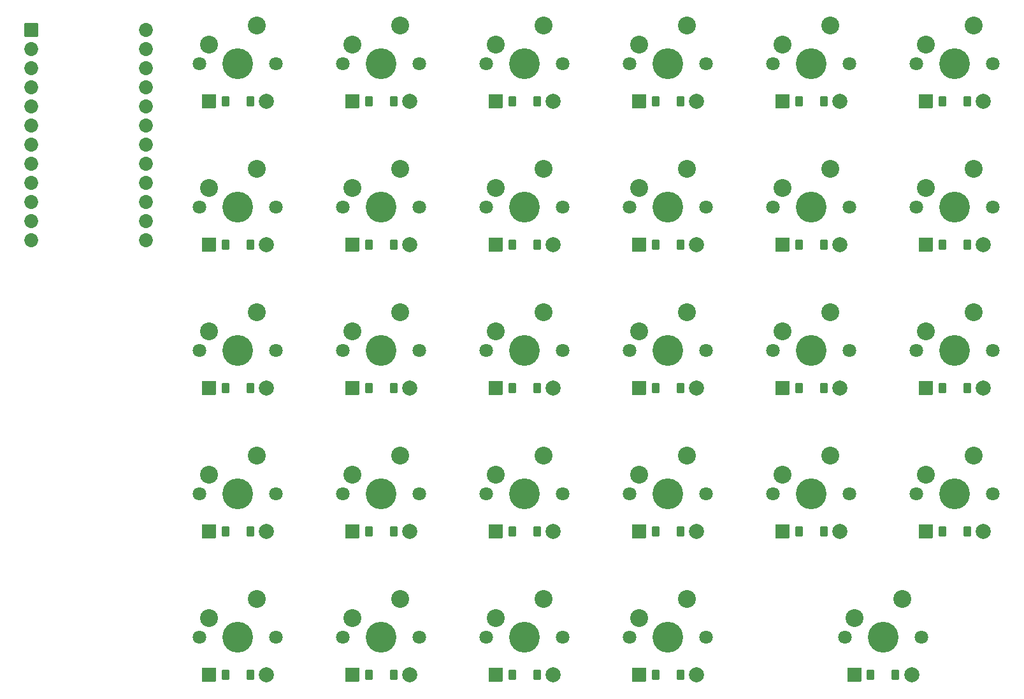
<source format=gbs>
%TF.GenerationSoftware,KiCad,Pcbnew,9.0.4*%
%TF.CreationDate,2025-09-30T19:49:13-05:00*%
%TF.ProjectId,keyboard,6b657962-6f61-4726-942e-6b696361645f,v1.0.0*%
%TF.SameCoordinates,Original*%
%TF.FileFunction,Soldermask,Bot*%
%TF.FilePolarity,Negative*%
%FSLAX46Y46*%
G04 Gerber Fmt 4.6, Leading zero omitted, Abs format (unit mm)*
G04 Created by KiCad (PCBNEW 9.0.4) date 2025-09-30 19:49:13*
%MOMM*%
%LPD*%
G01*
G04 APERTURE LIST*
G04 Aperture macros list*
%AMRoundRect*
0 Rectangle with rounded corners*
0 $1 Rounding radius*
0 $2 $3 $4 $5 $6 $7 $8 $9 X,Y pos of 4 corners*
0 Add a 4 corners polygon primitive as box body*
4,1,4,$2,$3,$4,$5,$6,$7,$8,$9,$2,$3,0*
0 Add four circle primitives for the rounded corners*
1,1,$1+$1,$2,$3*
1,1,$1+$1,$4,$5*
1,1,$1+$1,$6,$7*
1,1,$1+$1,$8,$9*
0 Add four rect primitives between the rounded corners*
20,1,$1+$1,$2,$3,$4,$5,0*
20,1,$1+$1,$4,$5,$6,$7,0*
20,1,$1+$1,$6,$7,$8,$9,0*
20,1,$1+$1,$8,$9,$2,$3,0*%
G04 Aperture macros list end*
%ADD10RoundRect,0.050000X-0.889000X-0.889000X0.889000X-0.889000X0.889000X0.889000X-0.889000X0.889000X0*%
%ADD11RoundRect,0.050000X-0.450000X-0.600000X0.450000X-0.600000X0.450000X0.600000X-0.450000X0.600000X0*%
%ADD12C,2.005000*%
%ADD13C,1.801800*%
%ADD14C,4.087800*%
%ADD15C,2.386000*%
%ADD16RoundRect,0.050000X-0.876300X0.876300X-0.876300X-0.876300X0.876300X-0.876300X0.876300X0.876300X0*%
%ADD17C,1.852600*%
G04 APERTURE END LIST*
D10*
%TO.C,D29*%
X241440000Y-78800000D03*
D11*
X243600000Y-78800000D03*
X246900000Y-78800000D03*
D12*
X249060000Y-78800000D03*
%TD*%
D10*
%TO.C,D26*%
X241440000Y-135950000D03*
D11*
X243600000Y-135950000D03*
X246900000Y-135950000D03*
D12*
X249060000Y-135950000D03*
%TD*%
D13*
%TO.C,S3*%
X144920000Y-111900000D03*
D14*
X150000000Y-111900000D03*
D13*
X155080000Y-111900000D03*
D15*
X152540000Y-106820000D03*
X146190000Y-109360000D03*
%TD*%
D13*
%TO.C,S25*%
X230645000Y-150000000D03*
D14*
X235725000Y-150000000D03*
D13*
X240805000Y-150000000D03*
D15*
X238265000Y-144920000D03*
X231915000Y-147460000D03*
%TD*%
D13*
%TO.C,S4*%
X144920000Y-92850000D03*
D14*
X150000000Y-92850000D03*
D13*
X155080000Y-92850000D03*
D15*
X152540000Y-87770000D03*
X146190000Y-90310000D03*
%TD*%
D13*
%TO.C,S20*%
X202070000Y-73800000D03*
D14*
X207150000Y-73800000D03*
D13*
X212230000Y-73800000D03*
D15*
X209690000Y-68720000D03*
X203340000Y-71260000D03*
%TD*%
D13*
%TO.C,S16*%
X202070000Y-150000000D03*
D14*
X207150000Y-150000000D03*
D13*
X212230000Y-150000000D03*
D15*
X209690000Y-144920000D03*
X203340000Y-147460000D03*
%TD*%
D10*
%TO.C,D16*%
X203340000Y-155000000D03*
D11*
X205500000Y-155000000D03*
X208800000Y-155000000D03*
D12*
X210960000Y-155000000D03*
%TD*%
D13*
%TO.C,S22*%
X221120000Y-111900000D03*
D14*
X226200000Y-111900000D03*
D13*
X231280000Y-111900000D03*
D15*
X228740000Y-106820000D03*
X222390000Y-109360000D03*
%TD*%
D10*
%TO.C,D11*%
X184290000Y-155000000D03*
D11*
X186450000Y-155000000D03*
X189750000Y-155000000D03*
D12*
X191910000Y-155000000D03*
%TD*%
D10*
%TO.C,D2*%
X146190000Y-135950000D03*
D11*
X148350000Y-135950000D03*
X151650000Y-135950000D03*
D12*
X153810000Y-135950000D03*
%TD*%
D10*
%TO.C,D7*%
X165240000Y-135950000D03*
D11*
X167400000Y-135950000D03*
X170700000Y-135950000D03*
D12*
X172860000Y-135950000D03*
%TD*%
D13*
%TO.C,S24*%
X221120000Y-73800000D03*
D14*
X226200000Y-73800000D03*
D13*
X231280000Y-73800000D03*
D15*
X228740000Y-68720000D03*
X222390000Y-71260000D03*
%TD*%
D13*
%TO.C,S18*%
X202070000Y-111900000D03*
D14*
X207150000Y-111900000D03*
D13*
X212230000Y-111900000D03*
D15*
X209690000Y-106820000D03*
X203340000Y-109360000D03*
%TD*%
D10*
%TO.C,D18*%
X203340000Y-116900000D03*
D11*
X205500000Y-116900000D03*
X208800000Y-116900000D03*
D12*
X210960000Y-116900000D03*
%TD*%
D13*
%TO.C,S10*%
X163970000Y-73800000D03*
D14*
X169050000Y-73800000D03*
D13*
X174130000Y-73800000D03*
D15*
X171590000Y-68720000D03*
X165240000Y-71260000D03*
%TD*%
D13*
%TO.C,S7*%
X163970000Y-130950000D03*
D14*
X169050000Y-130950000D03*
D13*
X174130000Y-130950000D03*
D15*
X171590000Y-125870000D03*
X165240000Y-128410000D03*
%TD*%
D10*
%TO.C,D21*%
X222390000Y-135950000D03*
D11*
X224550000Y-135950000D03*
X227850000Y-135950000D03*
D12*
X230010000Y-135950000D03*
%TD*%
D10*
%TO.C,D5*%
X146190000Y-78800000D03*
D11*
X148350000Y-78800000D03*
X151650000Y-78800000D03*
D12*
X153810000Y-78800000D03*
%TD*%
D10*
%TO.C,D10*%
X165240000Y-78800000D03*
D11*
X167400000Y-78800000D03*
X170700000Y-78800000D03*
D12*
X172860000Y-78800000D03*
%TD*%
D13*
%TO.C,S2*%
X144920000Y-130950000D03*
D14*
X150000000Y-130950000D03*
D13*
X155080000Y-130950000D03*
D15*
X152540000Y-125870000D03*
X146190000Y-128410000D03*
%TD*%
D10*
%TO.C,D27*%
X241440000Y-116900000D03*
D11*
X243600000Y-116900000D03*
X246900000Y-116900000D03*
D12*
X249060000Y-116900000D03*
%TD*%
D13*
%TO.C,S13*%
X183020000Y-111900000D03*
D14*
X188100000Y-111900000D03*
D13*
X193180000Y-111900000D03*
D15*
X190640000Y-106820000D03*
X184290000Y-109360000D03*
%TD*%
D13*
%TO.C,S17*%
X202070000Y-130950000D03*
D14*
X207150000Y-130950000D03*
D13*
X212230000Y-130950000D03*
D15*
X209690000Y-125870000D03*
X203340000Y-128410000D03*
%TD*%
D10*
%TO.C,D13*%
X184290000Y-116900000D03*
D11*
X186450000Y-116900000D03*
X189750000Y-116900000D03*
D12*
X191910000Y-116900000D03*
%TD*%
D13*
%TO.C,S1*%
X144920000Y-150000000D03*
D14*
X150000000Y-150000000D03*
D13*
X155080000Y-150000000D03*
D15*
X152540000Y-144920000D03*
X146190000Y-147460000D03*
%TD*%
D13*
%TO.C,S5*%
X144920000Y-73800000D03*
D14*
X150000000Y-73800000D03*
D13*
X155080000Y-73800000D03*
D15*
X152540000Y-68720000D03*
X146190000Y-71260000D03*
%TD*%
D13*
%TO.C,S27*%
X240170000Y-111900000D03*
D14*
X245250000Y-111900000D03*
D13*
X250330000Y-111900000D03*
D15*
X247790000Y-106820000D03*
X241440000Y-109360000D03*
%TD*%
D10*
%TO.C,D17*%
X203340000Y-135950000D03*
D11*
X205500000Y-135950000D03*
X208800000Y-135950000D03*
D12*
X210960000Y-135950000D03*
%TD*%
D13*
%TO.C,S23*%
X221120000Y-92850000D03*
D14*
X226200000Y-92850000D03*
D13*
X231280000Y-92850000D03*
D15*
X228740000Y-87770000D03*
X222390000Y-90310000D03*
%TD*%
D13*
%TO.C,S28*%
X240170000Y-92850000D03*
D14*
X245250000Y-92850000D03*
D13*
X250330000Y-92850000D03*
D15*
X247790000Y-87770000D03*
X241440000Y-90310000D03*
%TD*%
D13*
%TO.C,S9*%
X163970000Y-92850000D03*
D14*
X169050000Y-92850000D03*
D13*
X174130000Y-92850000D03*
D15*
X171590000Y-87770000D03*
X165240000Y-90310000D03*
%TD*%
D13*
%TO.C,S8*%
X163970000Y-111900000D03*
D14*
X169050000Y-111900000D03*
D13*
X174130000Y-111900000D03*
D15*
X171590000Y-106820000D03*
X165240000Y-109360000D03*
%TD*%
D10*
%TO.C,D20*%
X203340000Y-78800000D03*
D11*
X205500000Y-78800000D03*
X208800000Y-78800000D03*
D12*
X210960000Y-78800000D03*
%TD*%
D13*
%TO.C,S29*%
X240170000Y-73800000D03*
D14*
X245250000Y-73800000D03*
D13*
X250330000Y-73800000D03*
D15*
X247790000Y-68720000D03*
X241440000Y-71260000D03*
%TD*%
D10*
%TO.C,D6*%
X165240000Y-155000000D03*
D11*
X167400000Y-155000000D03*
X170700000Y-155000000D03*
D12*
X172860000Y-155000000D03*
%TD*%
D16*
%TO.C,MCU1*%
X122580000Y-69355000D03*
D17*
X122580000Y-71895000D03*
X122580000Y-74435000D03*
X122580000Y-76975000D03*
X122580000Y-79515000D03*
X122580000Y-82055000D03*
X122580000Y-84595000D03*
X122580000Y-87135000D03*
X122580000Y-89675000D03*
X122580000Y-92215000D03*
X122580000Y-94755000D03*
X122580000Y-97295000D03*
X137820000Y-69355000D03*
X137820000Y-71895000D03*
X137820000Y-74435000D03*
X137820000Y-76975000D03*
X137820000Y-79515000D03*
X137820000Y-82055000D03*
X137820000Y-84595000D03*
X137820000Y-87135000D03*
X137820000Y-89675000D03*
X137820000Y-92215000D03*
X137820000Y-94755000D03*
X137820000Y-97295000D03*
%TD*%
D13*
%TO.C,S11*%
X183020000Y-150000000D03*
D14*
X188100000Y-150000000D03*
D13*
X193180000Y-150000000D03*
D15*
X190640000Y-144920000D03*
X184290000Y-147460000D03*
%TD*%
D10*
%TO.C,D4*%
X146190000Y-97850000D03*
D11*
X148350000Y-97850000D03*
X151650000Y-97850000D03*
D12*
X153810000Y-97850000D03*
%TD*%
D10*
%TO.C,D14*%
X184290000Y-97850000D03*
D11*
X186450000Y-97850000D03*
X189750000Y-97850000D03*
D12*
X191910000Y-97850000D03*
%TD*%
D10*
%TO.C,D28*%
X241440000Y-97850000D03*
D11*
X243600000Y-97850000D03*
X246900000Y-97850000D03*
D12*
X249060000Y-97850000D03*
%TD*%
D10*
%TO.C,D19*%
X203340000Y-97850000D03*
D11*
X205500000Y-97850000D03*
X208800000Y-97850000D03*
D12*
X210960000Y-97850000D03*
%TD*%
D10*
%TO.C,D12*%
X184290000Y-135950000D03*
D11*
X186450000Y-135950000D03*
X189750000Y-135950000D03*
D12*
X191910000Y-135950000D03*
%TD*%
D10*
%TO.C,D9*%
X165240000Y-97850000D03*
D11*
X167400000Y-97850000D03*
X170700000Y-97850000D03*
D12*
X172860000Y-97850000D03*
%TD*%
D10*
%TO.C,D3*%
X146190000Y-116900000D03*
D11*
X148350000Y-116900000D03*
X151650000Y-116900000D03*
D12*
X153810000Y-116900000D03*
%TD*%
D13*
%TO.C,S6*%
X163970000Y-150000000D03*
D14*
X169050000Y-150000000D03*
D13*
X174130000Y-150000000D03*
D15*
X171590000Y-144920000D03*
X165240000Y-147460000D03*
%TD*%
D13*
%TO.C,S12*%
X183020000Y-130950000D03*
D14*
X188100000Y-130950000D03*
D13*
X193180000Y-130950000D03*
D15*
X190640000Y-125870000D03*
X184290000Y-128410000D03*
%TD*%
D10*
%TO.C,D22*%
X222390000Y-116900000D03*
D11*
X224550000Y-116900000D03*
X227850000Y-116900000D03*
D12*
X230010000Y-116900000D03*
%TD*%
D10*
%TO.C,D8*%
X165240000Y-116900000D03*
D11*
X167400000Y-116900000D03*
X170700000Y-116900000D03*
D12*
X172860000Y-116900000D03*
%TD*%
D10*
%TO.C,D23*%
X222390000Y-97850000D03*
D11*
X224550000Y-97850000D03*
X227850000Y-97850000D03*
D12*
X230010000Y-97850000D03*
%TD*%
D13*
%TO.C,S15*%
X183020000Y-73800000D03*
D14*
X188100000Y-73800000D03*
D13*
X193180000Y-73800000D03*
D15*
X190640000Y-68720000D03*
X184290000Y-71260000D03*
%TD*%
D13*
%TO.C,S14*%
X183020000Y-92850000D03*
D14*
X188100000Y-92850000D03*
D13*
X193180000Y-92850000D03*
D15*
X190640000Y-87770000D03*
X184290000Y-90310000D03*
%TD*%
D13*
%TO.C,S21*%
X221120000Y-130950000D03*
D14*
X226200000Y-130950000D03*
D13*
X231280000Y-130950000D03*
D15*
X228740000Y-125870000D03*
X222390000Y-128410000D03*
%TD*%
D10*
%TO.C,D15*%
X184290000Y-78800000D03*
D11*
X186450000Y-78800000D03*
X189750000Y-78800000D03*
D12*
X191910000Y-78800000D03*
%TD*%
D10*
%TO.C,D1*%
X146190000Y-155000000D03*
D11*
X148350000Y-155000000D03*
X151650000Y-155000000D03*
D12*
X153810000Y-155000000D03*
%TD*%
D13*
%TO.C,S26*%
X240170000Y-130950000D03*
D14*
X245250000Y-130950000D03*
D13*
X250330000Y-130950000D03*
D15*
X247790000Y-125870000D03*
X241440000Y-128410000D03*
%TD*%
D10*
%TO.C,D24*%
X222390000Y-78800000D03*
D11*
X224550000Y-78800000D03*
X227850000Y-78800000D03*
D12*
X230010000Y-78800000D03*
%TD*%
D13*
%TO.C,S19*%
X202070000Y-92850000D03*
D14*
X207150000Y-92850000D03*
D13*
X212230000Y-92850000D03*
D15*
X209690000Y-87770000D03*
X203340000Y-90310000D03*
%TD*%
D10*
%TO.C,D25*%
X231915000Y-155000000D03*
D11*
X234075000Y-155000000D03*
X237375000Y-155000000D03*
D12*
X239535000Y-155000000D03*
%TD*%
M02*

</source>
